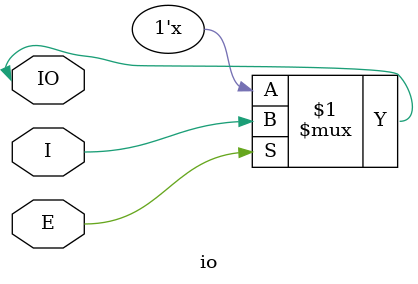
<source format=sv>
module io #(
    parameter WIDTH = 1
)(
    input  wire              E,
    input  wire [WIDTH-1:0]  I,
    inout  wire [WIDTH-1:0]  IO
);

    assign IO = E ? I : 'z;

endmodule
</source>
